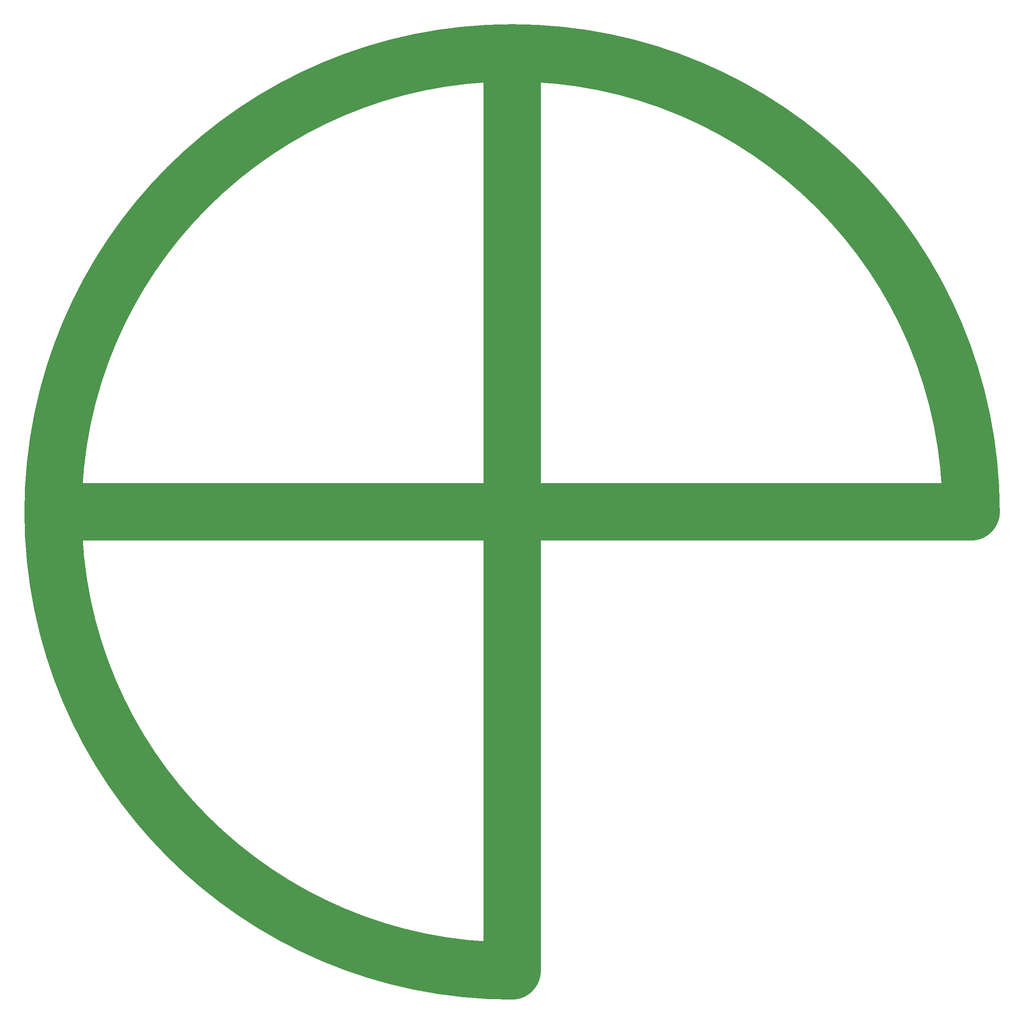
<source format=gbr>
%MOIN*%
%FSLAX42Y42*%

%ADD10C,0.50000*%

G74*

D10*
X1100Y600D02*

G03*
X700Y1000I400J0D01*
X300Y600I0J400D01*
X700Y200I400J0D01*

G04 X1100Y600I0J400D01*
X1100Y600I0J400D03*

X300D02*

G01*
X1100D01*
X700Y200D02*
Y1000D01*

M02*

</source>
